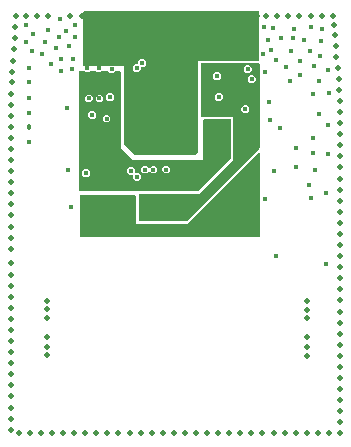
<source format=gbr>
G04 EAGLE Gerber RS-274X export*
G75*
%MOMM*%
%FSLAX34Y34*%
%LPD*%
%INCopper Layer 15*%
%IPPOS*%
%AMOC8*
5,1,8,0,0,1.08239X$1,22.5*%
G01*
%ADD10C,0.457200*%
%ADD11C,0.453200*%
%ADD12C,0.403200*%
%ADD13C,0.503200*%

G36*
X163518Y245145D02*
X163518Y245145D01*
X163609Y245152D01*
X163639Y245164D01*
X163671Y245170D01*
X163751Y245212D01*
X163835Y245248D01*
X163867Y245274D01*
X163888Y245285D01*
X163910Y245308D01*
X163966Y245353D01*
X166506Y247893D01*
X166559Y247967D01*
X166619Y248036D01*
X166631Y248066D01*
X166650Y248092D01*
X166677Y248179D01*
X166711Y248264D01*
X166715Y248305D01*
X166722Y248328D01*
X166721Y248360D01*
X166729Y248431D01*
X166729Y324792D01*
X217911Y324792D01*
X217931Y324795D01*
X217950Y324793D01*
X218052Y324815D01*
X218154Y324832D01*
X218171Y324841D01*
X218191Y324845D01*
X218280Y324898D01*
X218371Y324947D01*
X218385Y324961D01*
X218402Y324971D01*
X218469Y325050D01*
X218541Y325125D01*
X218549Y325143D01*
X218562Y325158D01*
X218601Y325254D01*
X218644Y325348D01*
X218646Y325368D01*
X218654Y325386D01*
X218672Y325553D01*
X218672Y366190D01*
X218670Y366201D01*
X218671Y366208D01*
X218670Y366215D01*
X218671Y366229D01*
X218649Y366331D01*
X218633Y366433D01*
X218623Y366450D01*
X218619Y366470D01*
X218566Y366559D01*
X218517Y366650D01*
X218503Y366664D01*
X218493Y366681D01*
X218414Y366748D01*
X218339Y366820D01*
X218321Y366828D01*
X218306Y366841D01*
X218210Y366880D01*
X218116Y366923D01*
X218096Y366925D01*
X218078Y366933D01*
X217911Y366951D01*
X70337Y366951D01*
X70317Y366948D01*
X70298Y366950D01*
X70196Y366928D01*
X70094Y366912D01*
X70077Y366902D01*
X70057Y366898D01*
X69968Y366845D01*
X69877Y366796D01*
X69863Y366782D01*
X69846Y366772D01*
X69779Y366693D01*
X69708Y366618D01*
X69699Y366600D01*
X69686Y366585D01*
X69647Y366489D01*
X69604Y366395D01*
X69602Y366375D01*
X69594Y366357D01*
X69576Y366190D01*
X69576Y321710D01*
X69579Y321690D01*
X69577Y321671D01*
X69599Y321569D01*
X69616Y321467D01*
X69625Y321450D01*
X69629Y321430D01*
X69682Y321341D01*
X69731Y321250D01*
X69745Y321236D01*
X69755Y321219D01*
X69834Y321152D01*
X69909Y321081D01*
X69927Y321072D01*
X69942Y321059D01*
X70038Y321020D01*
X70132Y320977D01*
X70152Y320975D01*
X70170Y320967D01*
X70337Y320949D01*
X104501Y320949D01*
X104501Y254527D01*
X104516Y254437D01*
X104523Y254346D01*
X104535Y254316D01*
X104541Y254284D01*
X104583Y254204D01*
X104619Y254120D01*
X104645Y254088D01*
X104656Y254067D01*
X104679Y254045D01*
X104724Y253989D01*
X113360Y245353D01*
X113434Y245300D01*
X113503Y245240D01*
X113533Y245228D01*
X113559Y245209D01*
X113646Y245182D01*
X113731Y245148D01*
X113772Y245144D01*
X113795Y245137D01*
X113827Y245138D01*
X113898Y245130D01*
X163428Y245130D01*
X163518Y245145D01*
G37*
G36*
X167467Y215300D02*
X167467Y215300D01*
X167558Y215307D01*
X167587Y215319D01*
X167619Y215325D01*
X167700Y215367D01*
X167784Y215403D01*
X167816Y215429D01*
X167837Y215440D01*
X167859Y215463D01*
X167915Y215508D01*
X194446Y242039D01*
X194499Y242113D01*
X194559Y242183D01*
X194571Y242213D01*
X194590Y242239D01*
X194617Y242326D01*
X194651Y242411D01*
X194655Y242452D01*
X194662Y242474D01*
X194661Y242506D01*
X194669Y242577D01*
X194669Y275355D01*
X194666Y275375D01*
X194668Y275394D01*
X194646Y275496D01*
X194630Y275598D01*
X194620Y275615D01*
X194616Y275635D01*
X194563Y275724D01*
X194514Y275815D01*
X194500Y275829D01*
X194490Y275846D01*
X194411Y275913D01*
X194336Y275985D01*
X194318Y275993D01*
X194303Y276006D01*
X194207Y276045D01*
X194113Y276088D01*
X194093Y276090D01*
X194075Y276098D01*
X193908Y276116D01*
X172318Y276116D01*
X172298Y276113D01*
X172279Y276115D01*
X172177Y276093D01*
X172075Y276077D01*
X172058Y276067D01*
X172038Y276063D01*
X171949Y276010D01*
X171858Y275961D01*
X171844Y275947D01*
X171827Y275937D01*
X171760Y275858D01*
X171689Y275783D01*
X171680Y275765D01*
X171667Y275750D01*
X171628Y275654D01*
X171585Y275560D01*
X171583Y275540D01*
X171575Y275522D01*
X171557Y275355D01*
X171557Y240937D01*
X111673Y240937D01*
X101324Y251286D01*
X101324Y315868D01*
X101321Y315888D01*
X101323Y315907D01*
X101301Y316009D01*
X101285Y316111D01*
X101275Y316128D01*
X101271Y316148D01*
X101218Y316237D01*
X101169Y316328D01*
X101155Y316342D01*
X101145Y316359D01*
X101066Y316426D01*
X100991Y316498D01*
X100973Y316506D01*
X100958Y316519D01*
X100862Y316558D01*
X100768Y316601D01*
X100748Y316603D01*
X100730Y316611D01*
X100563Y316629D01*
X97593Y316629D01*
X97503Y316615D01*
X97412Y316607D01*
X97382Y316595D01*
X97350Y316590D01*
X97269Y316547D01*
X97185Y316511D01*
X97153Y316485D01*
X97133Y316474D01*
X97110Y316451D01*
X97054Y316406D01*
X95361Y314713D01*
X92639Y314713D01*
X90946Y316406D01*
X90872Y316459D01*
X90802Y316519D01*
X90772Y316531D01*
X90746Y316550D01*
X90659Y316577D01*
X90574Y316611D01*
X90533Y316615D01*
X90511Y316622D01*
X90479Y316621D01*
X90407Y316629D01*
X85593Y316629D01*
X85503Y316615D01*
X85412Y316607D01*
X85382Y316595D01*
X85350Y316590D01*
X85269Y316547D01*
X85185Y316511D01*
X85153Y316485D01*
X85133Y316474D01*
X85110Y316451D01*
X85054Y316406D01*
X84361Y315713D01*
X81639Y315713D01*
X80946Y316406D01*
X80872Y316459D01*
X80802Y316519D01*
X80772Y316531D01*
X80746Y316550D01*
X80659Y316577D01*
X80574Y316611D01*
X80533Y316615D01*
X80511Y316622D01*
X80479Y316621D01*
X80407Y316629D01*
X75593Y316629D01*
X75503Y316615D01*
X75412Y316607D01*
X75382Y316595D01*
X75350Y316590D01*
X75269Y316547D01*
X75185Y316511D01*
X75153Y316485D01*
X75133Y316474D01*
X75110Y316451D01*
X75054Y316406D01*
X74361Y315713D01*
X71639Y315713D01*
X70946Y316406D01*
X70872Y316459D01*
X70802Y316519D01*
X70772Y316531D01*
X70746Y316550D01*
X70659Y316577D01*
X70574Y316611D01*
X70533Y316615D01*
X70511Y316622D01*
X70479Y316621D01*
X70407Y316629D01*
X66591Y316629D01*
X66571Y316626D01*
X66552Y316628D01*
X66450Y316606D01*
X66348Y316590D01*
X66331Y316580D01*
X66311Y316576D01*
X66222Y316523D01*
X66131Y316474D01*
X66117Y316460D01*
X66100Y316450D01*
X66033Y316371D01*
X65962Y316296D01*
X65953Y316278D01*
X65940Y316263D01*
X65901Y316167D01*
X65858Y316073D01*
X65856Y316053D01*
X65848Y316035D01*
X65830Y315868D01*
X65830Y216046D01*
X65833Y216026D01*
X65831Y216007D01*
X65853Y215905D01*
X65870Y215803D01*
X65879Y215786D01*
X65883Y215766D01*
X65936Y215677D01*
X65985Y215586D01*
X65999Y215572D01*
X66009Y215555D01*
X66088Y215488D01*
X66163Y215417D01*
X66181Y215408D01*
X66196Y215395D01*
X66292Y215356D01*
X66386Y215313D01*
X66406Y215311D01*
X66424Y215303D01*
X66591Y215285D01*
X167377Y215285D01*
X167467Y215300D01*
G37*
G36*
X218439Y175982D02*
X218439Y175982D01*
X218458Y175980D01*
X218560Y176002D01*
X218662Y176019D01*
X218679Y176028D01*
X218699Y176032D01*
X218788Y176085D01*
X218879Y176134D01*
X218893Y176148D01*
X218910Y176158D01*
X218977Y176237D01*
X219049Y176312D01*
X219057Y176330D01*
X219070Y176345D01*
X219109Y176441D01*
X219152Y176535D01*
X219154Y176555D01*
X219162Y176573D01*
X219180Y176740D01*
X219180Y246288D01*
X219169Y246359D01*
X219167Y246430D01*
X219149Y246479D01*
X219141Y246531D01*
X219107Y246594D01*
X219082Y246661D01*
X219050Y246702D01*
X219025Y246748D01*
X218974Y246797D01*
X218929Y246853D01*
X218885Y246882D01*
X218847Y246918D01*
X218782Y246948D01*
X218722Y246986D01*
X218671Y246999D01*
X218624Y247021D01*
X218553Y247029D01*
X218483Y247047D01*
X218431Y247042D01*
X218380Y247048D01*
X218309Y247033D01*
X218238Y247027D01*
X218190Y247007D01*
X218139Y246996D01*
X218078Y246959D01*
X218012Y246931D01*
X217956Y246886D01*
X217928Y246870D01*
X217913Y246852D01*
X217881Y246826D01*
X157636Y186581D01*
X114024Y186581D01*
X114024Y210331D01*
X114021Y210351D01*
X114023Y210370D01*
X114001Y210472D01*
X113985Y210574D01*
X113975Y210591D01*
X113971Y210611D01*
X113918Y210700D01*
X113869Y210791D01*
X113855Y210805D01*
X113845Y210822D01*
X113766Y210889D01*
X113691Y210961D01*
X113673Y210969D01*
X113658Y210982D01*
X113562Y211021D01*
X113468Y211064D01*
X113448Y211066D01*
X113430Y211074D01*
X113263Y211092D01*
X67464Y211092D01*
X67444Y211089D01*
X67425Y211091D01*
X67323Y211069D01*
X67221Y211053D01*
X67204Y211043D01*
X67184Y211039D01*
X67095Y210986D01*
X67004Y210937D01*
X66990Y210923D01*
X66973Y210913D01*
X66906Y210834D01*
X66835Y210759D01*
X66826Y210741D01*
X66813Y210726D01*
X66774Y210630D01*
X66731Y210536D01*
X66729Y210516D01*
X66721Y210498D01*
X66703Y210331D01*
X66703Y176740D01*
X66706Y176720D01*
X66704Y176701D01*
X66726Y176599D01*
X66743Y176497D01*
X66752Y176480D01*
X66756Y176460D01*
X66809Y176371D01*
X66858Y176280D01*
X66872Y176266D01*
X66882Y176249D01*
X66961Y176182D01*
X67036Y176111D01*
X67054Y176102D01*
X67069Y176089D01*
X67165Y176050D01*
X67259Y176007D01*
X67279Y176005D01*
X67297Y175997D01*
X67464Y175979D01*
X218419Y175979D01*
X218439Y175982D01*
G37*
G36*
X157295Y189392D02*
X157295Y189392D01*
X157386Y189399D01*
X157416Y189411D01*
X157448Y189417D01*
X157528Y189459D01*
X157612Y189495D01*
X157644Y189521D01*
X157665Y189532D01*
X157687Y189555D01*
X157743Y189600D01*
X218830Y250687D01*
X218883Y250761D01*
X218943Y250830D01*
X218955Y250860D01*
X218974Y250886D01*
X219001Y250973D01*
X219035Y251058D01*
X219039Y251099D01*
X219046Y251122D01*
X219045Y251154D01*
X219053Y251225D01*
X219053Y322251D01*
X219050Y322271D01*
X219052Y322290D01*
X219030Y322392D01*
X219014Y322494D01*
X219004Y322511D01*
X219000Y322531D01*
X218947Y322620D01*
X218898Y322711D01*
X218884Y322725D01*
X218874Y322742D01*
X218795Y322809D01*
X218720Y322881D01*
X218702Y322889D01*
X218687Y322902D01*
X218591Y322941D01*
X218497Y322984D01*
X218477Y322986D01*
X218459Y322994D01*
X218292Y323012D01*
X170159Y323012D01*
X170139Y323009D01*
X170120Y323011D01*
X170018Y322989D01*
X169916Y322973D01*
X169899Y322963D01*
X169879Y322959D01*
X169790Y322906D01*
X169699Y322857D01*
X169685Y322843D01*
X169668Y322833D01*
X169601Y322754D01*
X169530Y322679D01*
X169521Y322661D01*
X169508Y322646D01*
X169469Y322550D01*
X169426Y322456D01*
X169424Y322436D01*
X169416Y322418D01*
X169398Y322251D01*
X169398Y278276D01*
X169401Y278256D01*
X169399Y278237D01*
X169421Y278135D01*
X169438Y278033D01*
X169447Y278016D01*
X169451Y277996D01*
X169504Y277907D01*
X169553Y277816D01*
X169567Y277802D01*
X169577Y277785D01*
X169656Y277718D01*
X169731Y277647D01*
X169749Y277638D01*
X169764Y277625D01*
X169860Y277586D01*
X169954Y277543D01*
X169974Y277541D01*
X169992Y277533D01*
X170159Y277515D01*
X196322Y277515D01*
X196322Y241126D01*
X167558Y212362D01*
X117708Y212362D01*
X117688Y212359D01*
X117669Y212361D01*
X117567Y212339D01*
X117465Y212323D01*
X117448Y212313D01*
X117428Y212309D01*
X117339Y212256D01*
X117248Y212207D01*
X117234Y212193D01*
X117217Y212183D01*
X117150Y212104D01*
X117079Y212029D01*
X117070Y212011D01*
X117057Y211996D01*
X117018Y211900D01*
X116975Y211806D01*
X116973Y211786D01*
X116965Y211768D01*
X116947Y211601D01*
X116947Y190138D01*
X116950Y190118D01*
X116948Y190099D01*
X116970Y189997D01*
X116987Y189895D01*
X116996Y189878D01*
X117000Y189858D01*
X117053Y189769D01*
X117102Y189678D01*
X117116Y189664D01*
X117126Y189647D01*
X117205Y189580D01*
X117280Y189509D01*
X117298Y189500D01*
X117313Y189487D01*
X117409Y189448D01*
X117503Y189405D01*
X117523Y189403D01*
X117541Y189395D01*
X117708Y189377D01*
X157205Y189377D01*
X157295Y189392D01*
G37*
%LPC*%
G36*
X113639Y223713D02*
X113639Y223713D01*
X111713Y225639D01*
X111713Y227952D01*
X111710Y227972D01*
X111712Y227991D01*
X111690Y228093D01*
X111674Y228195D01*
X111664Y228212D01*
X111660Y228232D01*
X111607Y228321D01*
X111558Y228412D01*
X111544Y228426D01*
X111534Y228443D01*
X111455Y228510D01*
X111380Y228582D01*
X111362Y228590D01*
X111347Y228603D01*
X111251Y228642D01*
X111157Y228685D01*
X111137Y228687D01*
X111119Y228695D01*
X110952Y228713D01*
X108639Y228713D01*
X106713Y230639D01*
X106713Y233361D01*
X108639Y235287D01*
X111361Y235287D01*
X113287Y233361D01*
X113287Y231048D01*
X113290Y231028D01*
X113288Y231009D01*
X113310Y230907D01*
X113326Y230805D01*
X113336Y230788D01*
X113340Y230768D01*
X113393Y230679D01*
X113442Y230588D01*
X113456Y230574D01*
X113466Y230557D01*
X113545Y230490D01*
X113620Y230418D01*
X113638Y230410D01*
X113653Y230397D01*
X113749Y230358D01*
X113843Y230315D01*
X113863Y230313D01*
X113881Y230305D01*
X114048Y230287D01*
X116361Y230287D01*
X118287Y228361D01*
X118287Y225639D01*
X116361Y223713D01*
X113639Y223713D01*
G37*
%LPD*%
%LPC*%
G36*
X120639Y229713D02*
X120639Y229713D01*
X118713Y231639D01*
X118713Y234361D01*
X120639Y236287D01*
X123361Y236287D01*
X124962Y234686D01*
X124978Y234675D01*
X124990Y234659D01*
X125078Y234603D01*
X125161Y234543D01*
X125180Y234537D01*
X125197Y234526D01*
X125298Y234501D01*
X125397Y234471D01*
X125416Y234471D01*
X125436Y234466D01*
X125539Y234474D01*
X125642Y234477D01*
X125661Y234484D01*
X125681Y234485D01*
X125776Y234526D01*
X125873Y234561D01*
X125889Y234574D01*
X125907Y234582D01*
X126038Y234686D01*
X127639Y236287D01*
X130361Y236287D01*
X132287Y234361D01*
X132287Y231639D01*
X130361Y229713D01*
X127639Y229713D01*
X126038Y231314D01*
X126022Y231325D01*
X126010Y231341D01*
X125922Y231397D01*
X125839Y231457D01*
X125820Y231463D01*
X125803Y231474D01*
X125702Y231499D01*
X125603Y231529D01*
X125584Y231529D01*
X125564Y231534D01*
X125461Y231526D01*
X125358Y231523D01*
X125339Y231516D01*
X125319Y231515D01*
X125224Y231474D01*
X125127Y231439D01*
X125111Y231426D01*
X125093Y231418D01*
X124962Y231314D01*
X123361Y229713D01*
X120639Y229713D01*
G37*
%LPD*%
%LPC*%
G36*
X113639Y315713D02*
X113639Y315713D01*
X111713Y317639D01*
X111713Y320361D01*
X113639Y322287D01*
X115664Y322287D01*
X115684Y322290D01*
X115704Y322288D01*
X115805Y322310D01*
X115907Y322326D01*
X115925Y322336D01*
X115944Y322340D01*
X116033Y322393D01*
X116125Y322442D01*
X116138Y322456D01*
X116155Y322466D01*
X116223Y322545D01*
X116294Y322620D01*
X116302Y322638D01*
X116315Y322653D01*
X116354Y322749D01*
X116398Y322843D01*
X116400Y322863D01*
X116407Y322881D01*
X116426Y323048D01*
X116426Y324591D01*
X118351Y326517D01*
X121074Y326517D01*
X122999Y324591D01*
X122999Y321869D01*
X121074Y319943D01*
X119048Y319943D01*
X119028Y319940D01*
X119009Y319942D01*
X118907Y319920D01*
X118805Y319904D01*
X118788Y319894D01*
X118768Y319890D01*
X118679Y319837D01*
X118588Y319788D01*
X118574Y319774D01*
X118557Y319764D01*
X118490Y319685D01*
X118418Y319610D01*
X118410Y319592D01*
X118397Y319577D01*
X118358Y319481D01*
X118315Y319387D01*
X118313Y319367D01*
X118305Y319349D01*
X118287Y319182D01*
X118287Y317639D01*
X116361Y315713D01*
X113639Y315713D01*
G37*
%LPD*%
%LPC*%
G36*
X207639Y314713D02*
X207639Y314713D01*
X205713Y316639D01*
X205713Y319361D01*
X207639Y321287D01*
X210361Y321287D01*
X212287Y319361D01*
X212287Y316639D01*
X210361Y314713D01*
X207639Y314713D01*
G37*
%LPD*%
%LPC*%
G36*
X181639Y308713D02*
X181639Y308713D01*
X179713Y310639D01*
X179713Y313361D01*
X181639Y315287D01*
X184361Y315287D01*
X186287Y313361D01*
X186287Y310639D01*
X184361Y308713D01*
X181639Y308713D01*
G37*
%LPD*%
%LPC*%
G36*
X211139Y306213D02*
X211139Y306213D01*
X209213Y308139D01*
X209213Y310861D01*
X211139Y312787D01*
X213861Y312787D01*
X215787Y310861D01*
X215787Y308139D01*
X213861Y306213D01*
X211139Y306213D01*
G37*
%LPD*%
%LPC*%
G36*
X183139Y291213D02*
X183139Y291213D01*
X181213Y293139D01*
X181213Y295861D01*
X183139Y297787D01*
X185861Y297787D01*
X187787Y295861D01*
X187787Y293139D01*
X185861Y291213D01*
X183139Y291213D01*
G37*
%LPD*%
%LPC*%
G36*
X91082Y290958D02*
X91082Y290958D01*
X89157Y292884D01*
X89157Y295607D01*
X91082Y297532D01*
X93805Y297532D01*
X95731Y295607D01*
X95731Y292884D01*
X93805Y290958D01*
X91082Y290958D01*
G37*
%LPD*%
%LPC*%
G36*
X73082Y289958D02*
X73082Y289958D01*
X71157Y291884D01*
X71157Y294607D01*
X73082Y296532D01*
X75805Y296532D01*
X77731Y294607D01*
X77731Y291884D01*
X75805Y289958D01*
X73082Y289958D01*
G37*
%LPD*%
%LPC*%
G36*
X82082Y289958D02*
X82082Y289958D01*
X80157Y291884D01*
X80157Y294607D01*
X82082Y296532D01*
X84805Y296532D01*
X86731Y294607D01*
X86731Y291884D01*
X84805Y289958D01*
X82082Y289958D01*
G37*
%LPD*%
%LPC*%
G36*
X205639Y280713D02*
X205639Y280713D01*
X203713Y282639D01*
X203713Y285361D01*
X205639Y287287D01*
X208361Y287287D01*
X210287Y285361D01*
X210287Y282639D01*
X208361Y280713D01*
X205639Y280713D01*
G37*
%LPD*%
%LPC*%
G36*
X76082Y275958D02*
X76082Y275958D01*
X74157Y277884D01*
X74157Y280607D01*
X76082Y282532D01*
X78805Y282532D01*
X80731Y280607D01*
X80731Y277884D01*
X78805Y275958D01*
X76082Y275958D01*
G37*
%LPD*%
%LPC*%
G36*
X88082Y272958D02*
X88082Y272958D01*
X86157Y274884D01*
X86157Y277607D01*
X88082Y279532D01*
X90805Y279532D01*
X92731Y277607D01*
X92731Y274884D01*
X90805Y272958D01*
X88082Y272958D01*
G37*
%LPD*%
%LPC*%
G36*
X138639Y229713D02*
X138639Y229713D01*
X136713Y231639D01*
X136713Y234361D01*
X138639Y236287D01*
X141361Y236287D01*
X143287Y234361D01*
X143287Y231639D01*
X141361Y229713D01*
X138639Y229713D01*
G37*
%LPD*%
%LPC*%
G36*
X70639Y226713D02*
X70639Y226713D01*
X68713Y228639D01*
X68713Y231361D01*
X70639Y233287D01*
X73361Y233287D01*
X75287Y231361D01*
X75287Y228639D01*
X73361Y226713D01*
X70639Y226713D01*
G37*
%LPD*%
D10*
X193296Y284365D03*
X184191Y318646D03*
X138865Y200325D03*
X138799Y205293D03*
X87150Y230905D03*
X178528Y232163D03*
X182731Y234476D03*
X190987Y261131D03*
X92328Y230954D03*
D11*
X91911Y309391D03*
X83116Y265749D03*
D10*
X177330Y237018D03*
X123423Y287706D03*
X136758Y276117D03*
X123423Y265036D03*
X123423Y276371D03*
X136758Y287706D03*
X150093Y287706D03*
X150093Y276371D03*
X150093Y265036D03*
X136758Y265036D03*
X113009Y265036D03*
X112882Y275990D03*
X113009Y287706D03*
X160634Y264909D03*
X160634Y276371D03*
X160581Y287714D03*
X113009Y253036D03*
X123423Y253036D03*
X136702Y253176D03*
X150093Y253120D03*
X160593Y253071D03*
X113009Y299706D03*
X123423Y299706D03*
X136758Y299706D03*
X150093Y299706D03*
X160581Y299714D03*
D12*
X184500Y294500D03*
X212500Y309500D03*
D13*
X12714Y363153D03*
X21381Y363000D03*
X30762Y363000D03*
X40143Y363000D03*
X58905Y363000D03*
X68286Y363000D03*
X77667Y363000D03*
X87048Y363000D03*
X96429Y363000D03*
X105810Y363000D03*
X115191Y363000D03*
X124572Y363000D03*
X133953Y363000D03*
X143334Y363000D03*
X152715Y363000D03*
X162096Y363000D03*
X210874Y363000D03*
X217255Y363000D03*
X224636Y363000D03*
X234017Y363000D03*
X243398Y363000D03*
X252779Y363000D03*
X262160Y363000D03*
X271541Y363000D03*
X280922Y363000D03*
X12170Y353747D03*
X11634Y344055D03*
X11238Y334984D03*
X10455Y325170D03*
X9847Y316022D03*
X9490Y306890D03*
X8873Y297333D03*
X8873Y287952D03*
X8873Y278571D03*
X8873Y269190D03*
X8873Y259809D03*
X8873Y250428D03*
X8873Y241047D03*
X8873Y231666D03*
X8873Y222285D03*
X8873Y212904D03*
X8873Y184761D03*
X8873Y175380D03*
X8873Y165999D03*
X8873Y97205D03*
X8873Y87824D03*
X8873Y78443D03*
X8873Y69062D03*
X8873Y59681D03*
X8873Y50300D03*
X8873Y40919D03*
X8873Y31538D03*
X8873Y22157D03*
X8873Y12776D03*
X15127Y9649D03*
X24508Y9649D03*
X33889Y9649D03*
X43270Y9649D03*
X52651Y9649D03*
X62032Y9649D03*
X71413Y9649D03*
X80794Y9649D03*
X90175Y9649D03*
X99556Y9649D03*
X108937Y9649D03*
X118318Y9649D03*
X127699Y9649D03*
X137080Y9649D03*
X146461Y9649D03*
X155842Y9649D03*
X165223Y9649D03*
X174604Y9649D03*
X183985Y9649D03*
X193366Y9649D03*
X202747Y9649D03*
X212128Y9649D03*
X221509Y9649D03*
X230890Y9649D03*
X240271Y9649D03*
X249652Y9649D03*
X259033Y9649D03*
X268414Y9649D03*
X277795Y9649D03*
X287176Y9649D03*
X287176Y19030D03*
X287176Y28411D03*
X287176Y37792D03*
X287176Y47173D03*
X287176Y56554D03*
X287176Y65935D03*
X287176Y75316D03*
X287176Y84697D03*
X287176Y94078D03*
X287176Y103459D03*
X287176Y112840D03*
X287176Y122221D03*
X287176Y131602D03*
X287176Y140983D03*
X287176Y150364D03*
X287176Y159745D03*
X287176Y169126D03*
X287176Y178507D03*
X287176Y187888D03*
X287176Y197269D03*
X287176Y206650D03*
X287176Y216031D03*
X287176Y225412D03*
X287176Y234793D03*
X287176Y244174D03*
X287176Y253555D03*
X287176Y262936D03*
X287176Y272317D03*
X287176Y281698D03*
X287176Y291079D03*
X286176Y300460D03*
X286176Y309841D03*
X285176Y319222D03*
X284049Y328603D03*
X284049Y337984D03*
X283049Y347365D03*
X282049Y355746D03*
X199985Y365000D03*
X8873Y106586D03*
X8873Y115967D03*
X8873Y125348D03*
X8873Y134729D03*
X8873Y144110D03*
X8873Y153491D03*
X8873Y203523D03*
X8873Y194142D03*
D12*
X152000Y325000D03*
X152000Y331000D03*
X152000Y339000D03*
X157000Y343000D03*
X162000Y347000D03*
X165746Y351242D03*
X170353Y356392D03*
X172134Y363258D03*
X172000Y328000D03*
X172000Y334000D03*
X174000Y340000D03*
X180736Y345370D03*
X186231Y348463D03*
X186190Y356508D03*
X119000Y338000D03*
X118000Y344000D03*
X125000Y343000D03*
X132000Y342000D03*
X139000Y342000D03*
X146000Y342000D03*
X27000Y348000D03*
X47000Y336000D03*
X35000Y331000D03*
X63000Y345000D03*
X49000Y345000D03*
X26000Y333000D03*
X51000Y327000D03*
X237000Y344000D03*
X253000Y325000D03*
X233000Y326000D03*
X257000Y343000D03*
X272000Y352000D03*
X248000Y352000D03*
X230000Y353000D03*
X269000Y308000D03*
X270000Y329000D03*
X253000Y313000D03*
X277000Y271000D03*
X269000Y280000D03*
X224000Y316000D03*
X264000Y260000D03*
X277000Y246000D03*
X264000Y247000D03*
X266000Y233000D03*
X250000Y235000D03*
X231000Y232000D03*
X250000Y251000D03*
X227000Y290000D03*
X228000Y275000D03*
X207000Y284000D03*
X183000Y312000D03*
X209000Y318000D03*
X57000Y233000D03*
X72000Y230000D03*
X59000Y201000D03*
X40000Y351000D03*
X63000Y355000D03*
X55000Y350000D03*
X21000Y355000D03*
X21000Y341000D03*
X37000Y341000D03*
X58000Y338000D03*
X61000Y327000D03*
X60000Y318000D03*
X246000Y333000D03*
X229000Y334000D03*
X226000Y343000D03*
X271000Y342000D03*
X277000Y317000D03*
X265000Y321000D03*
X264000Y297000D03*
X278000Y298000D03*
X262000Y333000D03*
X263000Y354000D03*
X245000Y308000D03*
X203000Y346000D03*
X210701Y353773D03*
X211000Y336000D03*
X189117Y343506D03*
X183000Y334000D03*
X197617Y332520D03*
X201955Y354954D03*
X193508Y352238D03*
X211000Y344000D03*
X196872Y344193D03*
X217000Y352000D03*
X222000Y331000D03*
X214000Y328000D03*
X223000Y354000D03*
X241000Y320000D03*
X275000Y213000D03*
X263000Y209000D03*
X261000Y220000D03*
X224000Y208000D03*
X42444Y322245D03*
X50909Y316263D03*
D10*
X24009Y269036D03*
D13*
X190241Y363115D03*
D12*
X185054Y363105D03*
X247372Y344076D03*
X203053Y337709D03*
X49697Y360861D03*
X74444Y293245D03*
X92444Y294245D03*
X89444Y276245D03*
X83444Y293245D03*
X77444Y279245D03*
X193061Y335915D03*
X73000Y319000D03*
X83000Y319000D03*
X94000Y318000D03*
X152000Y318000D03*
X146000Y318000D03*
X140000Y318000D03*
X134000Y318000D03*
X134000Y324000D03*
X133000Y330000D03*
X129000Y334000D03*
X124000Y337000D03*
D10*
X105389Y199505D03*
D12*
X210000Y235000D03*
X216000Y239000D03*
D10*
X73389Y195505D03*
X73389Y200505D03*
X73389Y205505D03*
X189348Y206976D03*
X194348Y206976D03*
D12*
X24000Y256000D03*
D10*
X100805Y202660D03*
X105447Y206521D03*
D12*
X24000Y307000D03*
X24000Y319000D03*
X115000Y319000D03*
X56005Y285492D03*
X110000Y232000D03*
X24000Y294000D03*
X115000Y227000D03*
X24000Y281000D03*
X122000Y233000D03*
X275000Y153000D03*
X129000Y233000D03*
X233000Y160000D03*
X140000Y233000D03*
X236000Y268000D03*
X119712Y323230D03*
D13*
X39000Y122000D03*
X39000Y115000D03*
X39000Y107000D03*
X39000Y91000D03*
X39000Y83000D03*
X39000Y76000D03*
X259000Y122000D03*
X259000Y107000D03*
X259000Y114000D03*
X259000Y91000D03*
X259000Y83000D03*
X259000Y75000D03*
M02*

</source>
